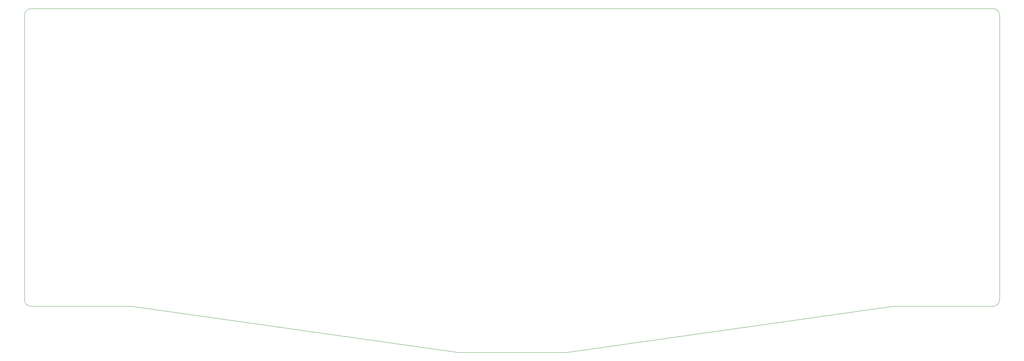
<source format=gbr>
G04 #@! TF.GenerationSoftware,KiCad,Pcbnew,5.1.9-73d0e3b20d~88~ubuntu20.04.1*
G04 #@! TF.CreationDate,2021-04-21T09:56:19-07:00*
G04 #@! TF.ProjectId,test1,74657374-312e-46b6-9963-61645f706362,rev?*
G04 #@! TF.SameCoordinates,Original*
G04 #@! TF.FileFunction,Profile,NP*
%FSLAX46Y46*%
G04 Gerber Fmt 4.6, Leading zero omitted, Abs format (unit mm)*
G04 Created by KiCad (PCBNEW 5.1.9-73d0e3b20d~88~ubuntu20.04.1) date 2021-04-21 09:56:19*
%MOMM*%
%LPD*%
G01*
G04 APERTURE LIST*
G04 #@! TA.AperFunction,Profile*
%ADD10C,0.050000*%
G04 #@! TD*
G04 APERTURE END LIST*
D10*
X24383000Y-106172000D02*
X50165000Y-106172000D01*
X22732000Y-31550000D02*
X22732000Y-104521000D01*
X271018000Y-29899000D02*
X24383000Y-29899000D01*
X272669000Y-104521000D02*
X272669000Y-31550000D01*
X271018000Y-106172000D02*
X245364000Y-106172000D01*
X271018000Y-29899000D02*
G75*
G02*
X272669000Y-31550000I0J-1651000D01*
G01*
X272669000Y-104521000D02*
G75*
G02*
X271018000Y-106172000I-1651000J0D01*
G01*
X24383000Y-106172000D02*
G75*
G02*
X22732000Y-104521000I0J1651000D01*
G01*
X22732000Y-31550000D02*
G75*
G02*
X24383000Y-29899000I1651000J0D01*
G01*
X133985000Y-117983000D02*
X161544000Y-117983000D01*
X161544000Y-117983000D02*
X245364000Y-106172000D01*
X133985000Y-117983000D02*
X50165000Y-106172000D01*
M02*

</source>
